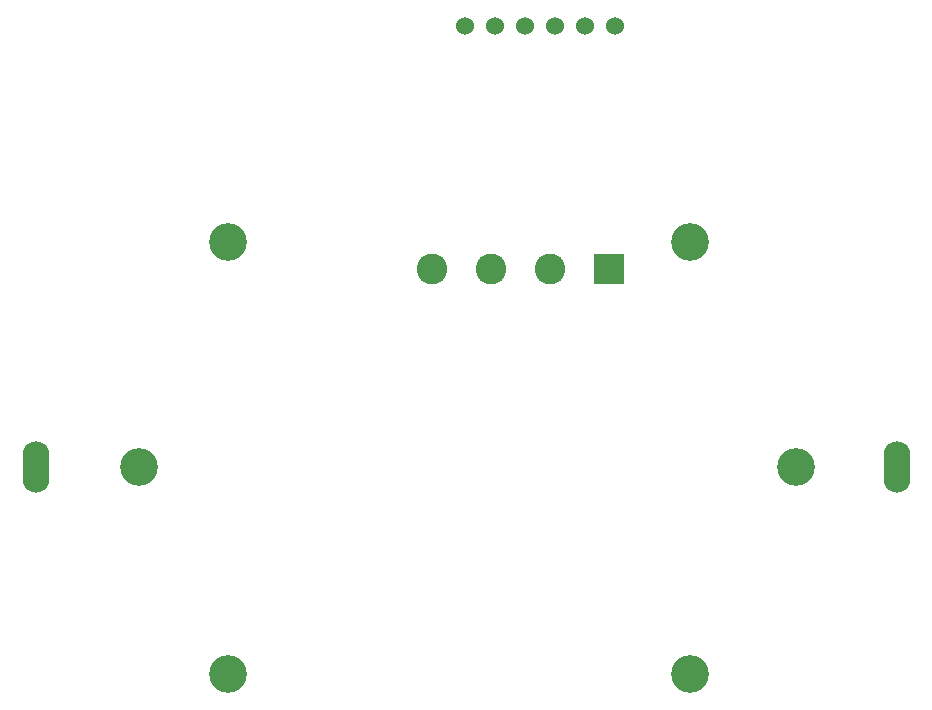
<source format=gbr>
%TF.GenerationSoftware,KiCad,Pcbnew,7.0.9*%
%TF.CreationDate,2024-03-18T18:38:56+01:00*%
%TF.ProjectId,esp32c3,65737033-3263-4332-9e6b-696361645f70,rev?*%
%TF.SameCoordinates,Original*%
%TF.FileFunction,Soldermask,Bot*%
%TF.FilePolarity,Negative*%
%FSLAX46Y46*%
G04 Gerber Fmt 4.6, Leading zero omitted, Abs format (unit mm)*
G04 Created by KiCad (PCBNEW 7.0.9) date 2024-03-18 18:38:56*
%MOMM*%
%LPD*%
G01*
G04 APERTURE LIST*
%ADD10C,1.524000*%
%ADD11C,2.600000*%
%ADD12R,2.600000X2.600000*%
%ADD13C,3.200000*%
%ADD14O,2.274000X4.344000*%
G04 APERTURE END LIST*
D10*
%TO.C,U1*%
X165862000Y-38354000D03*
X163322000Y-38354000D03*
X160782000Y-38354000D03*
X158242000Y-38354000D03*
X155702000Y-38354000D03*
X153162000Y-38354000D03*
%TD*%
D11*
%TO.C,J2*%
X150354000Y-58928000D03*
X155354000Y-58928000D03*
X160354000Y-58928000D03*
D12*
X165354000Y-58928000D03*
%TD*%
D13*
%TO.C,MH3*%
X172212000Y-93218000D03*
%TD*%
%TO.C,MH3*%
X172212000Y-56642000D03*
%TD*%
%TO.C,MH3*%
X133096000Y-93218000D03*
%TD*%
%TO.C,MH3*%
X133096000Y-56642000D03*
%TD*%
%TO.C,BT1*%
X181221000Y-75692000D03*
X125606000Y-75692000D03*
D14*
X189716000Y-75692000D03*
X116816000Y-75692000D03*
%TD*%
M02*

</source>
